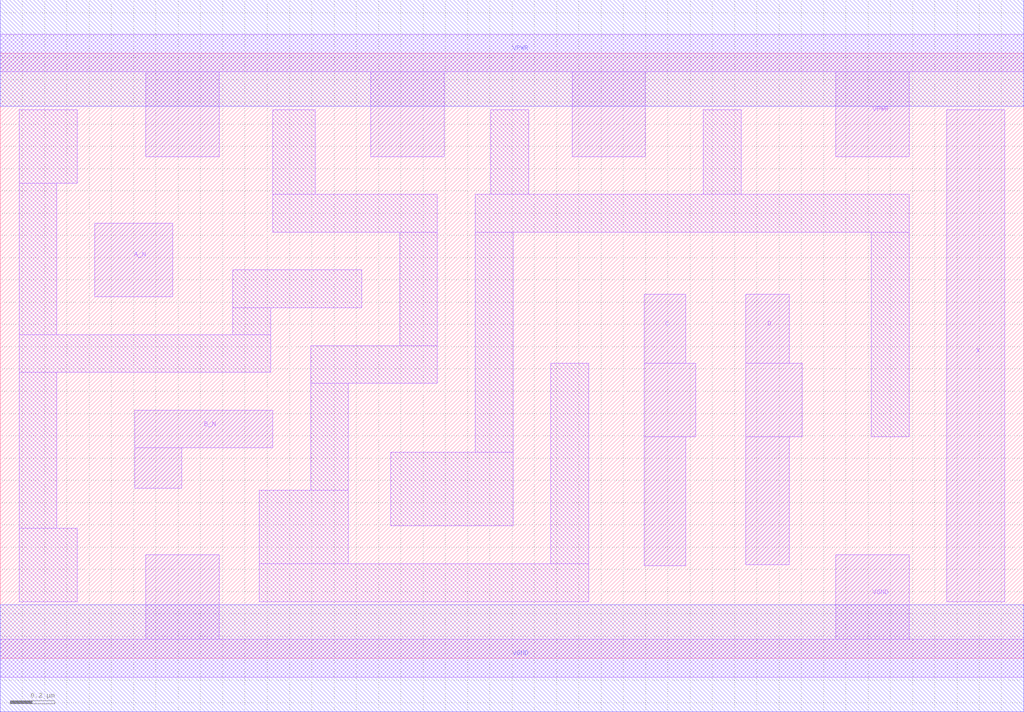
<source format=lef>
# Copyright 2020 The SkyWater PDK Authors
#
# Licensed under the Apache License, Version 2.0 (the "License");
# you may not use this file except in compliance with the License.
# You may obtain a copy of the License at
#
#     https://www.apache.org/licenses/LICENSE-2.0
#
# Unless required by applicable law or agreed to in writing, software
# distributed under the License is distributed on an "AS IS" BASIS,
# WITHOUT WARRANTIES OR CONDITIONS OF ANY KIND, either express or implied.
# See the License for the specific language governing permissions and
# limitations under the License.
#
# SPDX-License-Identifier: Apache-2.0

VERSION 5.5 ;
NAMESCASESENSITIVE ON ;
BUSBITCHARS "[]" ;
DIVIDERCHAR "/" ;
MACRO sky130_fd_sc_hd__and4bb_1
  CLASS CORE ;
  SOURCE USER ;
  ORIGIN  0.000000  0.000000 ;
  SIZE  4.600000 BY  2.720000 ;
  SYMMETRY X Y R90 ;
  SITE unithd ;
  PIN A_N
    ANTENNAGATEAREA  0.126000 ;
    DIRECTION INPUT ;
    USE SIGNAL ;
    PORT
      LAYER li1 ;
        RECT 0.425000 1.625000 0.775000 1.955000 ;
    END
  END A_N
  PIN B_N
    ANTENNAGATEAREA  0.126000 ;
    DIRECTION INPUT ;
    USE SIGNAL ;
    PORT
      LAYER li1 ;
        RECT 0.605000 0.765000 0.815000 0.945000 ;
        RECT 0.605000 0.945000 1.225000 1.115000 ;
    END
  END B_N
  PIN C
    ANTENNAGATEAREA  0.126000 ;
    DIRECTION INPUT ;
    USE SIGNAL ;
    PORT
      LAYER li1 ;
        RECT 2.895000 0.415000 3.080000 0.995000 ;
        RECT 2.895000 0.995000 3.125000 1.325000 ;
        RECT 2.895000 1.325000 3.080000 1.635000 ;
    END
  END C
  PIN D
    ANTENNAGATEAREA  0.126000 ;
    DIRECTION INPUT ;
    USE SIGNAL ;
    PORT
      LAYER li1 ;
        RECT 3.350000 0.420000 3.545000 0.995000 ;
        RECT 3.350000 0.995000 3.605000 1.325000 ;
        RECT 3.350000 1.325000 3.545000 1.635000 ;
    END
  END D
  PIN X
    ANTENNADIFFAREA  0.425400 ;
    DIRECTION OUTPUT ;
    USE SIGNAL ;
    PORT
      LAYER li1 ;
        RECT 4.255000 0.255000 4.515000 2.465000 ;
    END
  END X
  PIN VGND
    DIRECTION INOUT ;
    SHAPE ABUTMENT ;
    USE GROUND ;
    PORT
      LAYER li1 ;
        RECT 0.000000 -0.085000 4.600000 0.085000 ;
        RECT 0.655000  0.085000 0.985000 0.465000 ;
        RECT 3.755000  0.085000 4.085000 0.465000 ;
    END
    PORT
      LAYER met1 ;
        RECT 0.000000 -0.240000 4.600000 0.240000 ;
    END
  END VGND
  PIN VPWR
    DIRECTION INOUT ;
    SHAPE ABUTMENT ;
    USE POWER ;
    PORT
      LAYER li1 ;
        RECT 0.000000 2.635000 4.600000 2.805000 ;
        RECT 0.655000 2.255000 0.985000 2.635000 ;
        RECT 1.665000 2.255000 1.995000 2.635000 ;
        RECT 2.570000 2.255000 2.900000 2.635000 ;
        RECT 3.755000 2.255000 4.085000 2.635000 ;
    END
    PORT
      LAYER met1 ;
        RECT 0.000000 2.480000 4.600000 2.960000 ;
    END
  END VPWR
  OBS
    LAYER li1 ;
      RECT 0.085000 0.255000 0.345000 0.585000 ;
      RECT 0.085000 0.585000 0.255000 1.285000 ;
      RECT 0.085000 1.285000 1.215000 1.455000 ;
      RECT 0.085000 1.455000 0.255000 2.135000 ;
      RECT 0.085000 2.135000 0.345000 2.465000 ;
      RECT 1.045000 1.455000 1.215000 1.575000 ;
      RECT 1.045000 1.575000 1.625000 1.745000 ;
      RECT 1.165000 0.255000 2.645000 0.425000 ;
      RECT 1.165000 0.425000 1.565000 0.755000 ;
      RECT 1.225000 1.915000 1.965000 2.085000 ;
      RECT 1.225000 2.085000 1.415000 2.465000 ;
      RECT 1.395000 0.755000 1.565000 1.235000 ;
      RECT 1.395000 1.235000 1.965000 1.405000 ;
      RECT 1.755000 0.595000 2.305000 0.925000 ;
      RECT 1.795000 1.405000 1.965000 1.915000 ;
      RECT 2.135000 0.925000 2.305000 1.915000 ;
      RECT 2.135000 1.915000 4.085000 2.085000 ;
      RECT 2.205000 2.085000 2.375000 2.465000 ;
      RECT 2.475000 0.425000 2.645000 1.325000 ;
      RECT 3.160000 2.085000 3.330000 2.465000 ;
      RECT 3.915000 0.995000 4.085000 1.915000 ;
  END
END sky130_fd_sc_hd__and4bb_1
END LIBRARY

</source>
